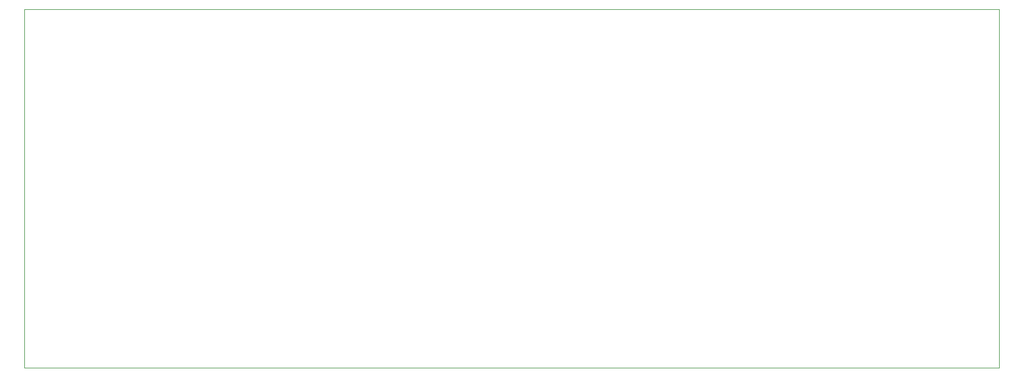
<source format=gbr>
%TF.GenerationSoftware,KiCad,Pcbnew,(5.1.6-0)*%
%TF.CreationDate,2023-07-07T17:58:43-07:00*%
%TF.ProjectId,psu_board_small,7073755f-626f-4617-9264-5f736d616c6c,rev?*%
%TF.SameCoordinates,Original*%
%TF.FileFunction,Profile,NP*%
%FSLAX46Y46*%
G04 Gerber Fmt 4.6, Leading zero omitted, Abs format (unit mm)*
G04 Created by KiCad (PCBNEW (5.1.6-0)) date 2023-07-07 17:58:43*
%MOMM*%
%LPD*%
G01*
G04 APERTURE LIST*
%TA.AperFunction,Profile*%
%ADD10C,0.050000*%
%TD*%
G04 APERTURE END LIST*
D10*
X22500000Y-118750000D02*
X22500000Y-66250000D01*
X165000000Y-118750000D02*
X22500000Y-118750000D01*
X165000000Y-66250000D02*
X165000000Y-118750000D01*
X22500000Y-66250000D02*
X165000000Y-66250000D01*
M02*

</source>
